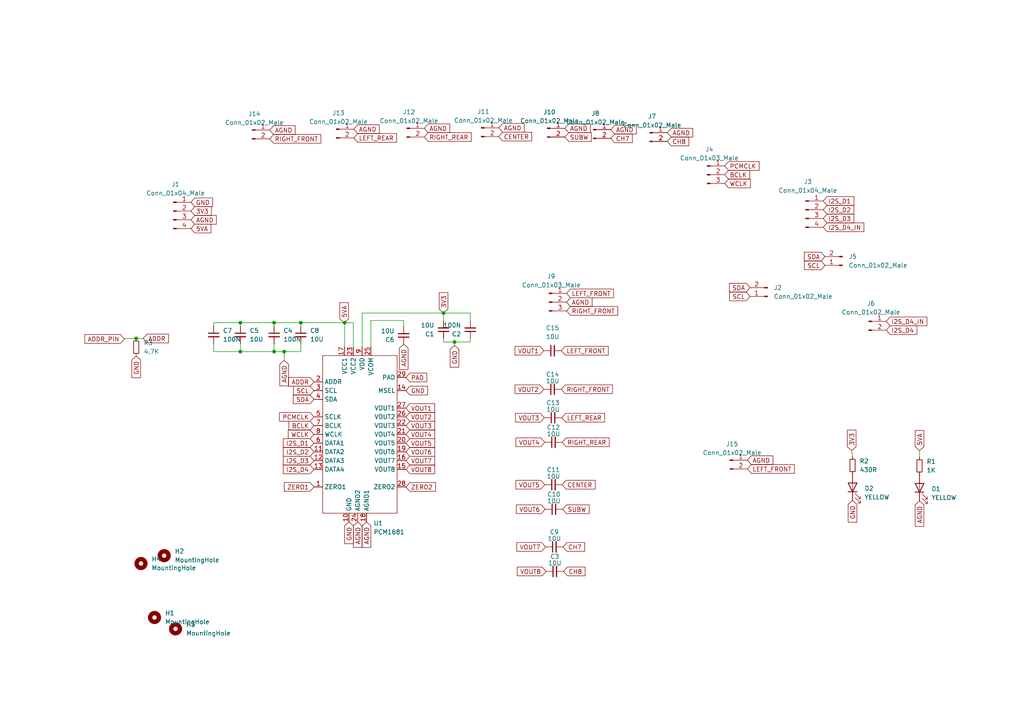
<source format=kicad_sch>
(kicad_sch (version 20230121) (generator eeschema)
  (paper "A4")
  (lib_symbols
    (symbol "Analog_DAC:PCM1681"
      (property "Reference" "U" (at -2.54 22.86 0))
      (property "Value" "PCM1681" (at -2.54 -11.43 0))
      (symbol "PCM1681_0_1"
        (polyline (pts (xy -12.7 36.83) (xy -12.7 44.45) (xy 8.89 44.45) (xy 8.89 -1.27) (xy -12.7 -1.27) (xy -12.7 36.83)))
      )
      (symbol "PCM1681_1_1"
        (pin output line (at -15.24 6.35 0) (length 2.54) (name "ZERO1") (number "1"))
        (pin input line (at -5.08 -3.81 90) (length 2.54) (name "GND") (number "10"))
        (pin input line (at -15.24 16.51 0) (length 2.54) (name "DATA2") (number "11"))
        (pin input line (at -15.24 13.97 0) (length 2.54) (name "DATA3") (number "12"))
        (pin input line (at -15.24 11.43 0) (length 2.54) (name "DATA4") (number "13"))
        (pin input line (at 11.43 34.29 180) (length 2.54) (name "MSEL") (number "14"))
        (pin output line (at 11.43 11.43 180) (length 2.54) (name "VOUT8") (number "15"))
        (pin output line (at 11.43 13.97 180) (length 2.54) (name "VOUT7") (number "16"))
        (pin output line (at -6.35 46.99 270) (length 2.54) (name "VCC1") (number "17"))
        (pin input line (at 0 -3.81 90) (length 2.54) (name "AGND1") (number "18"))
        (pin output line (at 11.43 16.51 180) (length 2.54) (name "VOUT6") (number "19"))
        (pin output line (at -15.24 36.83 0) (length 2.54) (name "ADDR") (number "2"))
        (pin output line (at 11.43 19.05 180) (length 2.54) (name "VOUT5") (number "20"))
        (pin output line (at 11.43 21.59 180) (length 2.54) (name "VOUT4") (number "21"))
        (pin output line (at 11.43 24.13 180) (length 2.54) (name "VOUT3") (number "22"))
        (pin output line (at -3.81 46.99 270) (length 2.54) (name "VCC2") (number "23"))
        (pin input line (at -2.54 -3.81 90) (length 2.54) (name "AGND2") (number "24"))
        (pin output line (at 1.27 46.99 270) (length 2.54) (name "VCOM") (number "25"))
        (pin output line (at 11.43 26.67 180) (length 2.54) (name "VOUT2") (number "26"))
        (pin output line (at 11.43 29.21 180) (length 2.54) (name "VOUT1") (number "27"))
        (pin output line (at 11.43 6.35 180) (length 2.54) (name "ZERO2") (number "28"))
        (pin input line (at 11.43 38.1 180) (length 2.54) (name "PAD") (number "29"))
        (pin input line (at -15.24 34.29 0) (length 2.54) (name "SCL") (number "3"))
        (pin input line (at -15.24 31.75 0) (length 2.54) (name "SDA") (number "4"))
        (pin input line (at -15.24 26.67 0) (length 2.54) (name "SCLK") (number "5"))
        (pin input line (at -15.24 19.05 0) (length 2.54) (name "DATA1") (number "6"))
        (pin input line (at -15.24 24.13 0) (length 2.54) (name "BCLK") (number "7"))
        (pin input line (at -15.24 21.59 0) (length 2.54) (name "WCLK") (number "8"))
        (pin input line (at -1.27 46.99 270) (length 2.54) (name "VDD") (number "9"))
      )
    )
    (symbol "Connector:Conn_01x02_Male" (pin_names (offset 1.016) hide)
      (property "Reference" "J" (at 0 2.54 0))
      (property "Value" "Conn_01x02_Male" (at 0 -5.08 0))
      (symbol "Conn_01x02_Male_1_1"
        (polyline (pts (xy 1.27 -2.54) (xy 0.8636 -2.54)) (stroke (width 0.1524)))
        (polyline (pts (xy 1.27 0) (xy 0.8636 0)) (stroke (width 0.1524)))
        (rectangle (start 0.8636 -2.413) (end 0 -2.667) (stroke (width 0.1524)) (fill (type outline)))
        (rectangle (start 0.8636 0.127) (end 0 -0.127) (stroke (width 0.1524)) (fill (type outline)))
        (pin passive line (at 5.08 0 180) (length 3.81) (name "Pin_1") (number "1"))
        (pin passive line (at 5.08 -2.54 180) (length 3.81) (name "Pin_2") (number "2"))
      )
    )
    (symbol "Connector:Conn_01x03_Male" (pin_names (offset 1.016) hide)
      (property "Reference" "J" (at 0 5.08 0))
      (property "Value" "Conn_01x03_Male" (at 0 -5.08 0))
      (symbol "Conn_01x03_Male_1_1"
        (polyline (pts (xy 1.27 -2.54) (xy 0.8636 -2.54)) (stroke (width 0.1524)))
        (polyline (pts (xy 1.27 0) (xy 0.8636 0)) (stroke (width 0.1524)))
        (polyline (pts (xy 1.27 2.54) (xy 0.8636 2.54)) (stroke (width 0.1524)))
        (rectangle (start 0.8636 -2.413) (end 0 -2.667) (stroke (width 0.1524)) (fill (type outline)))
        (rectangle (start 0.8636 0.127) (end 0 -0.127) (stroke (width 0.1524)) (fill (type outline)))
        (rectangle (start 0.8636 2.667) (end 0 2.413) (stroke (width 0.1524)) (fill (type outline)))
        (pin passive line (at 5.08 2.54 180) (length 3.81) (name "Pin_1") (number "1"))
        (pin passive line (at 5.08 0 180) (length 3.81) (name "Pin_2") (number "2"))
        (pin passive line (at 5.08 -2.54 180) (length 3.81) (name "Pin_3") (number "3"))
      )
    )
    (symbol "Connector:Conn_01x04_Male" (pin_names (offset 1.016) hide)
      (property "Reference" "J" (at 0 5.08 0))
      (property "Value" "Conn_01x04_Male" (at 0 -7.62 0))
      (symbol "Conn_01x04_Male_1_1"
        (polyline (pts (xy 1.27 -5.08) (xy 0.8636 -5.08)) (stroke (width 0.1524)))
        (polyline (pts (xy 1.27 -2.54) (xy 0.8636 -2.54)) (stroke (width 0.1524)))
        (polyline (pts (xy 1.27 0) (xy 0.8636 0)) (stroke (width 0.1524)))
        (polyline (pts (xy 1.27 2.54) (xy 0.8636 2.54)) (stroke (width 0.1524)))
        (rectangle (start 0.8636 -4.953) (end 0 -5.207) (stroke (width 0.1524)) (fill (type outline)))
        (rectangle (start 0.8636 -2.413) (end 0 -2.667) (stroke (width 0.1524)) (fill (type outline)))
        (rectangle (start 0.8636 0.127) (end 0 -0.127) (stroke (width 0.1524)) (fill (type outline)))
        (rectangle (start 0.8636 2.667) (end 0 2.413) (stroke (width 0.1524)) (fill (type outline)))
        (pin passive line (at 5.08 2.54 180) (length 3.81) (name "Pin_1") (number "1"))
        (pin passive line (at 5.08 0 180) (length 3.81) (name "Pin_2") (number "2"))
        (pin passive line (at 5.08 -2.54 180) (length 3.81) (name "Pin_3") (number "3"))
        (pin passive line (at 5.08 -5.08 180) (length 3.81) (name "Pin_4") (number "4"))
      )
    )
    (symbol "Device:C_Small" (pin_numbers hide) (pin_names (offset 0.254) hide)
      (property "Reference" "C" (at 0.254 1.778 0))
      (property "Value" "C_Small" (at 0.254 -2.032 0))
      (symbol "C_Small_0_1"
        (polyline (pts (xy -1.524 -0.508) (xy 1.524 -0.508)) (stroke (width 0.3302)))
        (polyline (pts (xy -1.524 0.508) (xy 1.524 0.508)) (stroke (width 0.3048)))
      )
      (symbol "C_Small_1_1"
        (pin passive line (at 0 2.54 270) (length 2.032) (name "~") (number "1"))
        (pin passive line (at 0 -2.54 90) (length 2.032) (name "~") (number "2"))
      )
    )
    (symbol "Device:LED" (pin_numbers hide) (pin_names (offset 1.016) hide)
      (property "Reference" "D" (at 0 2.54 0))
      (property "Value" "LED" (at 0 -2.54 0))
      (symbol "LED_0_1"
        (polyline (pts (xy -1.27 -1.27) (xy -1.27 1.27)) (stroke (width 0.254)))
        (polyline (pts (xy -1.27 0) (xy 1.27 0)))
        (polyline (pts (xy 1.27 -1.27) (xy 1.27 1.27) (xy -1.27 0) (xy 1.27 -1.27)) (stroke (width 0.254)))
        (polyline (pts (xy -3.048 -0.762) (xy -4.572 -2.286) (xy -3.81 -2.286) (xy -4.572 -2.286) (xy -4.572 -1.524)))
        (polyline (pts (xy -1.778 -0.762) (xy -3.302 -2.286) (xy -2.54 -2.286) (xy -3.302 -2.286) (xy -3.302 -1.524)))
      )
      (symbol "LED_1_1"
        (pin passive line (at -3.81 0 0) (length 2.54) (name "K") (number "1"))
        (pin passive line (at 3.81 0 180) (length 2.54) (name "A") (number "2"))
      )
    )
    (symbol "Device:R_Small" (pin_numbers hide) (pin_names (offset 0.254) hide)
      (property "Reference" "R" (at 0.762 0.508 0))
      (property "Value" "R_Small" (at 0.762 -1.016 0))
      (symbol "R_Small_0_1"
        (rectangle (start -0.762 1.778) (end 0.762 -1.778) (stroke (width 0.2032)))
      )
      (symbol "R_Small_1_1"
        (pin passive line (at 0 2.54 270) (length 0.762) (name "~") (number "1"))
        (pin passive line (at 0 -2.54 90) (length 0.762) (name "~") (number "2"))
      )
    )
    (symbol "Mechanical:MountingHole" (pin_names (offset 1.016))
      (property "Reference" "H" (at 0 5.08 0))
      (property "Value" "MountingHole" (at 0 3.175 0))
      (symbol "MountingHole_0_1"
        (circle (center 0 0) (radius 1.27) (stroke (width 1.27)))
      )
    )
  )
  (junction (at 87.249 93.599))
  (junction (at 99.949 93.599))
  (junction (at 69.723 93.599))
  (junction (at 82.423 101.981))
  (junction (at 79.502 101.981))
  (junction (at 39.497 98.171))
  (junction (at 69.723 101.981))
  (junction (at 131.826 99.187))
  (junction (at 79.502 93.599))
  (junction (at 128.651 90.805))
  (wire (pts (xy 136.398 90.805) (xy 128.651 90.805)))
  (wire (pts (xy 128.651 93.091) (xy 128.651 90.805)))
  (wire (pts (xy 79.502 94.615) (xy 79.502 93.599)))
  (wire (pts (xy 36.068 98.171) (xy 36.068 98.298)))
  (wire (pts (xy 39.497 98.171) (xy 41.529 98.171)))
  (wire (pts (xy 79.502 93.599) (xy 87.249 93.599)))
  (wire (pts (xy 69.723 101.981) (xy 79.502 101.981)))
  (wire (pts (xy 117.094 92.964) (xy 117.094 94.742)))
  (wire (pts (xy 69.723 99.695) (xy 69.723 101.981)))
  (wire (pts (xy 102.489 100.584) (xy 102.489 93.599)))
  (wire (pts (xy 87.249 101.981) (xy 82.423 101.981)))
  (wire (pts (xy 39.497 98.171) (xy 36.068 98.171)))
  (wire (pts (xy 99.949 100.584) (xy 99.949 93.599)))
  (wire (pts (xy 128.651 99.187) (xy 128.651 98.171)))
  (wire (pts (xy 87.249 99.695) (xy 87.249 101.981)))
  (wire (pts (xy 82.423 101.981) (xy 79.502 101.981)))
  (wire (pts (xy 107.569 92.964) (xy 117.094 92.964)))
  (wire (pts (xy 69.723 93.599) (xy 79.502 93.599)))
  (wire (pts (xy 82.423 101.981) (xy 82.423 104.521)))
  (wire (pts (xy 136.398 99.187) (xy 131.826 99.187)))
  (wire (pts (xy 61.976 94.615) (xy 61.976 93.599)))
  (wire (pts (xy 61.976 93.599) (xy 69.723 93.599)))
  (wire (pts (xy 247.015 130.683) (xy 247.269 132.461)))
  (wire (pts (xy 61.976 101.981) (xy 69.723 101.981)))
  (wire (pts (xy 136.398 98.171) (xy 136.398 99.187)))
  (wire (pts (xy 105.029 100.584) (xy 105.029 90.805)))
  (wire (pts (xy 79.502 101.981) (xy 79.502 99.695)))
  (wire (pts (xy 136.398 90.805) (xy 136.398 93.091)))
  (wire (pts (xy 131.826 99.187) (xy 128.651 99.187)))
  (wire (pts (xy 69.723 93.599) (xy 69.723 94.615)))
  (wire (pts (xy 87.249 93.599) (xy 87.249 94.615)))
  (wire (pts (xy 102.489 93.599) (xy 99.949 93.599)))
  (wire (pts (xy 107.569 100.584) (xy 107.569 92.964)))
  (wire (pts (xy 105.029 90.805) (xy 128.651 90.805)))
  (wire (pts (xy 61.976 101.981) (xy 61.976 99.695)))
  (wire (pts (xy 266.7 130.683) (xy 266.7 132.588)))
  (wire (pts (xy 87.249 93.599) (xy 99.949 93.599)))
  (wire (pts (xy 131.826 99.187) (xy 131.826 100.203)))
  (global_label "VOUT8" (shape input) (at 117.729 136.144 0) (property "Intersheetrefs" "${INTERSHEET_REFS}" (effects hide)))
  (global_label "SCL" (shape input) (at 91.059 113.284 180) (property "Intersheetrefs" "${INTERSHEET_REFS}" (effects hide)))
  (global_label "I2S_D3" (shape input) (at 91.059 133.604 180) (property "Intersheetrefs" "${INTERSHEET_REFS}" (effects hide)))
  (global_label "I2S_D2" (shape input) (at 238.76 60.833 0) (property "Intersheetrefs" "${INTERSHEET_REFS}" (effects hide)))
  (global_label "VOUT4" (shape input) (at 157.988 128.27 180) (property "Intersheetrefs" "${INTERSHEET_REFS}" (effects hide)))
  (global_label "LEFT_REAR" (shape input) (at 102.616 40.005 0) (property "Intersheetrefs" "${INTERSHEET_REFS}" (effects hide)))
  (global_label "VOUT2" (shape input) (at 117.729 120.904 0) (property "Intersheetrefs" "${INTERSHEET_REFS}" (effects hide)))
  (global_label "RIGHT_REAR" (shape input) (at 163.068 128.27 0) (property "Intersheetrefs" "${INTERSHEET_REFS}" (effects hide)))
  (global_label "AGND" (shape input) (at 163.83 37.211 0) (property "Intersheetrefs" "${INTERSHEET_REFS}" (effects hide)))
  (global_label "VOUT6" (shape input) (at 117.729 131.064 0) (property "Intersheetrefs" "${INTERSHEET_REFS}" (effects hide)))
  (global_label "LEFT_FRONT" (shape input) (at 164.338 85.09 0) (property "Intersheetrefs" "${INTERSHEET_REFS}" (effects hide)))
  (global_label "SDA" (shape input) (at 217.551 83.439 180) (property "Intersheetrefs" "${INTERSHEET_REFS}" (effects hide)))
  (global_label "AGND" (shape input) (at 177.165 37.592 0) (property "Intersheetrefs" "${INTERSHEET_REFS}" (effects hide)))
  (global_label "RIGHT_FRONT" (shape input) (at 164.338 90.17 0) (property "Intersheetrefs" "${INTERSHEET_REFS}" (effects hide)))
  (global_label "BCLK" (shape input) (at 210.185 50.673 0) (property "Intersheetrefs" "${INTERSHEET_REFS}" (effects hide)))
  (global_label "I2S_D4_IN" (shape input) (at 257.048 93.218 0) (property "Intersheetrefs" "${INTERSHEET_REFS}" (effects hide)))
  (global_label "LEFT_REAR" (shape input) (at 162.941 121.158 0) (property "Intersheetrefs" "${INTERSHEET_REFS}" (effects hide)))
  (global_label "I2S_D4" (shape input) (at 257.048 95.758 0) (property "Intersheetrefs" "${INTERSHEET_REFS}" (effects hide)))
  (global_label "CENTER" (shape input) (at 144.653 39.624 0) (property "Intersheetrefs" "${INTERSHEET_REFS}" (effects hide)))
  (global_label "I2S_D4" (shape input) (at 91.059 136.144 180) (property "Intersheetrefs" "${INTERSHEET_REFS}" (effects hide)))
  (global_label "GND" (shape input) (at 39.497 103.251 270) (property "Intersheetrefs" "${INTERSHEET_REFS}" (effects hide)))
  (global_label "AGND" (shape input) (at 103.759 151.384 270) (property "Intersheetrefs" "${INTERSHEET_REFS}" (effects hide)))
  (global_label "AGND" (shape input) (at 144.653 37.084 0) (property "Intersheetrefs" "${INTERSHEET_REFS}" (effects hide)))
  (global_label "WCLK" (shape input) (at 210.185 53.213 0) (property "Intersheetrefs" "${INTERSHEET_REFS}" (effects hide)))
  (global_label "PCMCLK" (shape input) (at 210.185 48.133 0) (property "Intersheetrefs" "${INTERSHEET_REFS}" (effects hide)))
  (global_label "AGND" (shape input) (at 82.423 104.521 270) (property "Intersheetrefs" "${INTERSHEET_REFS}" (effects hide)))
  (global_label "5VA" (shape input) (at 99.822 93.599 90) (property "Intersheetrefs" "${INTERSHEET_REFS}" (effects hide)))
  (global_label "SDA" (shape input) (at 239.268 74.422 180) (property "Intersheetrefs" "${INTERSHEET_REFS}" (effects hide)))
  (global_label "VOUT3" (shape input) (at 117.729 123.444 0) (property "Intersheetrefs" "${INTERSHEET_REFS}" (effects hide)))
  (global_label "GND" (shape input) (at 101.219 151.384 270) (property "Intersheetrefs" "${INTERSHEET_REFS}" (effects hide)))
  (global_label "5VA" (shape input) (at 55.372 66.294 0) (property "Intersheetrefs" "${INTERSHEET_REFS}" (effects hide)))
  (global_label "AGND" (shape input) (at 78.232 37.719 0) (property "Intersheetrefs" "${INTERSHEET_REFS}" (effects hide)))
  (global_label "I2S_D1" (shape input) (at 91.059 128.524 180) (property "Intersheetrefs" "${INTERSHEET_REFS}" (effects hide)))
  (global_label "CH7" (shape input) (at 177.165 40.132 0) (property "Intersheetrefs" "${INTERSHEET_REFS}" (effects hide)))
  (global_label "LEFT_FRONT" (shape input) (at 216.789 136.017 0) (property "Intersheetrefs" "${INTERSHEET_REFS}" (effects hide)))
  (global_label "SUBW" (shape input) (at 163.83 39.751 0) (property "Intersheetrefs" "${INTERSHEET_REFS}" (effects hide)))
  (global_label "AGND" (shape input) (at 216.789 133.477 0) (property "Intersheetrefs" "${INTERSHEET_REFS}" (effects hide)))
  (global_label "AGND" (shape input) (at 193.548 38.481 0) (property "Intersheetrefs" "${INTERSHEET_REFS}" (effects hide)))
  (global_label "AGND" (shape input) (at 102.616 37.465 0) (property "Intersheetrefs" "${INTERSHEET_REFS}" (effects hide)))
  (global_label "ZERO2" (shape input) (at 117.729 141.224 0) (property "Intersheetrefs" "${INTERSHEET_REFS}" (effects hide)))
  (global_label "LEFT_FRONT" (shape input) (at 162.814 101.727 0) (property "Intersheetrefs" "${INTERSHEET_REFS}" (effects hide)))
  (global_label "VOUT5" (shape input) (at 117.729 128.524 0) (property "Intersheetrefs" "${INTERSHEET_REFS}" (effects hide)))
  (global_label "3V3" (shape input) (at 55.372 61.214 0) (property "Intersheetrefs" "${INTERSHEET_REFS}" (effects hide)))
  (global_label "AGND" (shape input) (at 123.063 37.211 0) (property "Intersheetrefs" "${INTERSHEET_REFS}" (effects hide)))
  (global_label "ADDR" (shape input) (at 41.529 98.171 0) (property "Intersheetrefs" "${INTERSHEET_REFS}" (effects hide)))
  (global_label "AGND" (shape input) (at 117.094 99.822 270) (property "Intersheetrefs" "${INTERSHEET_REFS}" (effects hide)))
  (global_label "RIGHT_FRONT" (shape input) (at 162.814 112.903 0) (property "Intersheetrefs" "${INTERSHEET_REFS}" (effects hide)))
  (global_label "VOUT2" (shape input) (at 157.734 112.903 180) (property "Intersheetrefs" "${INTERSHEET_REFS}" (effects hide)))
  (global_label "3V3" (shape input) (at 128.651 90.805 90) (property "Intersheetrefs" "${INTERSHEET_REFS}" (effects hide)))
  (global_label "VOUT8" (shape input) (at 158.369 165.735 180) (property "Intersheetrefs" "${INTERSHEET_REFS}" (effects hide)))
  (global_label "I2S_D1" (shape input) (at 238.76 58.293 0) (property "Intersheetrefs" "${INTERSHEET_REFS}" (effects hide)))
  (global_label "WCLK" (shape input) (at 91.059 125.984 180) (property "Intersheetrefs" "${INTERSHEET_REFS}" (effects hide)))
  (global_label "GND" (shape input) (at 131.826 100.203 270) (property "Intersheetrefs" "${INTERSHEET_REFS}" (effects hide)))
  (global_label "AGND" (shape input) (at 266.7 145.288 270) (property "Intersheetrefs" "${INTERSHEET_REFS}" (effects hide)))
  (global_label "5VA" (shape input) (at 266.7 130.683 90) (property "Intersheetrefs" "${INTERSHEET_REFS}" (effects hide)))
  (global_label "CENTER" (shape input) (at 163.068 140.589 0) (property "Intersheetrefs" "${INTERSHEET_REFS}" (effects hide)))
  (global_label "I2S_D4_IN" (shape input) (at 238.76 65.913 0) (property "Intersheetrefs" "${INTERSHEET_REFS}" (effects hide)))
  (global_label "VOUT7" (shape input) (at 117.729 133.604 0) (property "Intersheetrefs" "${INTERSHEET_REFS}" (effects hide)))
  (global_label "GND" (shape input) (at 117.729 113.284 0) (property "Intersheetrefs" "${INTERSHEET_REFS}" (effects hide)))
  (global_label "PAD" (shape input) (at 117.729 109.474 0) (property "Intersheetrefs" "${INTERSHEET_REFS}" (effects hide)))
  (global_label "ZERO1" (shape input) (at 91.059 141.224 180) (property "Intersheetrefs" "${INTERSHEET_REFS}" (effects hide)))
  (global_label "ADDR_PIN" (shape input) (at 36.068 98.298 180) (property "Intersheetrefs" "${INTERSHEET_REFS}" (effects hide)))
  (global_label "I2S_D3" (shape input) (at 238.76 63.373 0) (property "Intersheetrefs" "${INTERSHEET_REFS}" (effects hide)))
  (global_label "PCMCLK" (shape input) (at 91.059 120.904 180) (property "Intersheetrefs" "${INTERSHEET_REFS}" (effects hide)))
  (global_label "GND" (shape input) (at 55.372 58.674 0) (property "Intersheetrefs" "${INTERSHEET_REFS}" (effects hide)))
  (global_label "RIGHT_FRONT" (shape input) (at 78.232 40.259 0) (property "Intersheetrefs" "${INTERSHEET_REFS}" (effects hide)))
  (global_label "I2S_D2" (shape input) (at 91.059 131.064 180) (property "Intersheetrefs" "${INTERSHEET_REFS}" (effects hide)))
  (global_label "VOUT6" (shape input) (at 158.115 147.701 180) (property "Intersheetrefs" "${INTERSHEET_REFS}" (effects hide)))
  (global_label "VOUT4" (shape input) (at 117.729 125.984 0) (property "Intersheetrefs" "${INTERSHEET_REFS}" (effects hide)))
  (global_label "AGND" (shape input) (at 55.372 63.754 0) (property "Intersheetrefs" "${INTERSHEET_REFS}" (effects hide)))
  (global_label "AGND" (shape input) (at 106.299 151.384 270) (property "Intersheetrefs" "${INTERSHEET_REFS}" (effects hide)))
  (global_label "VOUT7" (shape input) (at 158.242 158.623 180) (property "Intersheetrefs" "${INTERSHEET_REFS}" (effects hide)))
  (global_label "3V3" (shape input) (at 247.015 130.683 90) (property "Intersheetrefs" "${INTERSHEET_REFS}" (effects hide)))
  (global_label "ADDR" (shape input) (at 91.059 110.744 180) (property "Intersheetrefs" "${INTERSHEET_REFS}" (effects hide)))
  (global_label "RIGHT_REAR" (shape input) (at 123.063 39.751 0) (property "Intersheetrefs" "${INTERSHEET_REFS}" (effects hide)))
  (global_label "SCL" (shape input) (at 239.268 76.962 180) (property "Intersheetrefs" "${INTERSHEET_REFS}" (effects hide)))
  (global_label "BCLK" (shape input) (at 91.059 123.444 180) (property "Intersheetrefs" "${INTERSHEET_REFS}" (effects hide)))
  (global_label "VOUT5" (shape input) (at 157.988 140.589 180) (property "Intersheetrefs" "${INTERSHEET_REFS}" (effects hide)))
  (global_label "VOUT1" (shape input) (at 117.729 118.364 0) (property "Intersheetrefs" "${INTERSHEET_REFS}" (effects hide)))
  (global_label "SDA" (shape input) (at 91.059 115.824 180) (property "Intersheetrefs" "${INTERSHEET_REFS}" (effects hide)))
  (global_label "VOUT3" (shape input) (at 157.861 121.158 180) (property "Intersheetrefs" "${INTERSHEET_REFS}" (effects hide)))
  (global_label "CH8" (shape input) (at 163.449 165.735 0) (property "Intersheetrefs" "${INTERSHEET_REFS}" (effects hide)))
  (global_label "GND" (shape input) (at 247.269 145.161 270) (property "Intersheetrefs" "${INTERSHEET_REFS}" (effects hide)))
  (global_label "CH7" (shape input) (at 163.322 158.623 0) (property "Intersheetrefs" "${INTERSHEET_REFS}" (effects hide)))
  (global_label "SCL" (shape input) (at 217.551 85.979 180) (property "Intersheetrefs" "${INTERSHEET_REFS}" (effects hide)))
  (global_label "SUBW" (shape input) (at 163.195 147.701 0) (property "Intersheetrefs" "${INTERSHEET_REFS}" (effects hide)))
  (global_label "AGND" (shape input) (at 164.338 87.63 0) (property "Intersheetrefs" "${INTERSHEET_REFS}" (effects hide)))
  (global_label "VOUT1" (shape input) (at 157.734 101.727 180) (property "Intersheetrefs" "${INTERSHEET_REFS}" (effects hide)))
  (global_label "CH8" (shape input) (at 193.548 41.021 0) (property "Intersheetrefs" "${INTERSHEET_REFS}" (effects hide)))
  (symbol (lib_id "Device:C_Small") (at 160.909 165.735 90) (unit 1)
    (property "Reference" "C3" (at 160.909 161.417 90))
    (property "Value" "10U" (at 160.909 163.322 90))
    (property "Footprint" "Capacitor_THT:CP_Radial_D5.0mm_P2.00mm" (effects hide))
  )
  (symbol (lib_id "Device:C_Small") (at 136.398 95.631 180) (unit 1)
    (property "Reference" "C2" (at 133.731 96.8948 0) (effects (justify left)))
    (property "Value" "100N" (at 133.731 94.3548 0) (effects (justify left)))
    (property "Footprint" "Capacitor_SMD:C_0805_2012Metric_Pad1.18x1.45mm_HandSolder" (effects hide))
  )
  (symbol (lib_id "Connector:Conn_01x02_Male") (at 117.983 37.211 0) (unit 1)
    (property "Reference" "J12" (at 118.618 32.512 0))
    (property "Value" "Conn_01x02_Male" (at 118.618 35.052 0))
    (property "Footprint" "Connector_JST:JST_PH_B2B-PH-K_1x02_P2.00mm_Vertical" (effects hide))
  )
  (symbol (lib_id "Device:C_Small") (at 79.502 97.155 0) (unit 1)
    (property "Reference" "C4" (at 82.169 95.8912 0) (effects (justify left)))
    (property "Value" "100N" (at 82.169 98.4312 0) (effects (justify left)))
    (property "Footprint" "Capacitor_SMD:C_0805_2012Metric_Pad1.18x1.45mm_HandSolder" (effects hide))
  )
  (symbol (lib_id "Connector:Conn_01x02_Male") (at 158.75 37.211 0) (unit 1)
    (property "Reference" "J10" (at 159.385 32.512 0))
    (property "Value" "Conn_01x02_Male" (at 159.385 35.052 0))
    (property "Footprint" "Connector_JST:JST_PH_B2B-PH-K_1x02_P2.00mm_Vertical" (effects hide))
  )
  (symbol (lib_id "Connector:Conn_01x02_Male") (at 211.709 133.477 0) (unit 1)
    (property "Reference" "J15" (at 212.344 128.778 0))
    (property "Value" "Conn_01x02_Male" (at 212.344 131.318 0))
    (property "Footprint" "Connector_JST:JST_PH_B2B-PH-K_1x02_P2.00mm_Vertical" (effects hide))
  )
  (symbol (lib_id "Connector:Conn_01x03_Male") (at 205.105 50.673 0) (unit 1)
    (property "Reference" "J4" (at 205.74 43.307 0))
    (property "Value" "Conn_01x03_Male" (at 205.74 45.847 0))
    (property "Footprint" "Connector_JST:JST_PH_B3B-PH-K_1x03_P2.00mm_Vertical" (effects hide))
  )
  (symbol (lib_id "Device:C_Small") (at 160.274 112.903 90) (unit 1)
    (property "Reference" "C14" (at 160.274 108.585 90))
    (property "Value" "10U" (at 160.274 110.49 90))
    (property "Footprint" "Capacitor_THT:CP_Radial_D5.0mm_P2.00mm" (effects hide))
  )
  (symbol (lib_id "Device:R_Small") (at 247.269 135.001 0) (unit 1)
    (property "Reference" "R2" (at 249.301 133.7309 0) (effects (justify left)))
    (property "Value" "430R" (at 249.301 136.2709 0) (effects (justify left)))
    (property "Footprint" "Resistor_SMD:R_0603_1608Metric_Pad0.98x0.95mm_HandSolder" (effects hide))
  )
  (symbol (lib_id "Device:C_Small") (at 117.094 97.282 180) (unit 1)
    (property "Reference" "C6" (at 114.427 98.5458 0) (effects (justify left)))
    (property "Value" "10U" (at 114.427 96.0058 0) (effects (justify left)))
    (property "Footprint" "Capacitor_SMD:C_1206_3216Metric_Pad1.33x1.80mm_HandSolder" (effects hide))
  )
  (symbol (lib_id "Mechanical:MountingHole") (at 47.625 161.163 0) (unit 1)
    (property "Reference" "H2" (at 50.673 159.8929 0) (effects (justify left)))
    (property "Value" "MountingHole" (at 50.673 162.4329 0) (effects (justify left)))
    (property "Footprint" "MountingHole:MountingHole_3.2mm_M3" (effects hide))
  )
  (symbol (lib_id "Device:C_Small") (at 160.274 101.727 90) (unit 1)
    (property "Reference" "C15" (at 160.2803 95.123 90))
    (property "Value" "10U" (at 160.2803 97.663 90))
    (property "Footprint" "Capacitor_THT:CP_Radial_D5.0mm_P2.00mm" (effects hide))
  )
  (symbol (lib_id "Connector:Conn_01x02_Male") (at 139.573 37.084 0) (unit 1)
    (property "Reference" "J11" (at 140.208 32.385 0))
    (property "Value" "Conn_01x02_Male" (at 140.208 34.925 0))
    (property "Footprint" "Connector_JST:JST_PH_B2B-PH-K_1x02_P2.00mm_Vertical" (effects hide))
  )
  (symbol (lib_id "Device:C_Small") (at 160.528 140.589 90) (unit 1)
    (property "Reference" "C11" (at 160.528 136.271 90))
    (property "Value" "10U" (at 160.528 138.176 90))
    (property "Footprint" "Capacitor_THT:CP_Radial_D5.0mm_P2.00mm" (effects hide))
  )
  (symbol (lib_id "Device:R_Small") (at 266.7 135.128 0) (unit 1)
    (property "Reference" "R1" (at 268.732 133.8579 0) (effects (justify left)))
    (property "Value" "1K" (at 268.732 136.3979 0) (effects (justify left)))
    (property "Footprint" "Resistor_SMD:R_0603_1608Metric_Pad0.98x0.95mm_HandSolder" (effects hide))
  )
  (symbol (lib_id "Device:LED") (at 266.7 141.478 90) (unit 1)
    (property "Reference" "D1" (at 270.129 141.7954 90) (effects (justify right)))
    (property "Value" "YELLOW" (at 270.129 144.3354 90) (effects (justify right)))
    (property "Footprint" "LED_SMD:LED_0805_2012Metric_Pad1.15x1.40mm_HandSolder" (effects hide))
  )
  (symbol (lib_id "Connector:Conn_01x02_Male") (at 222.631 85.979 180) (unit 1)
    (property "Reference" "J2" (at 224.409 83.4389 0) (effects (justify right)))
    (property "Value" "Conn_01x02_Male" (at 224.409 85.9789 0) (effects (justify right)))
    (property "Footprint" "Connector_JST:JST_PH_B2B-PH-K_1x02_P2.00mm_Vertical" (effects hide))
  )
  (symbol (lib_id "Connector:Conn_01x02_Male") (at 73.152 37.719 0) (unit 1)
    (property "Reference" "J14" (at 73.787 33.02 0))
    (property "Value" "Conn_01x02_Male" (at 73.787 35.56 0))
    (property "Footprint" "Connector_JST:JST_PH_B2B-PH-K_1x02_P2.00mm_Vertical" (effects hide))
  )
  (symbol (lib_id "Device:C_Small") (at 160.655 147.701 90) (unit 1)
    (property "Reference" "C10" (at 160.655 143.383 90))
    (property "Value" "10U" (at 160.655 145.288 90))
    (property "Footprint" "Capacitor_THT:CP_Radial_D5.0mm_P2.00mm" (effects hide))
  )
  (symbol (lib_id "Device:C_Small") (at 128.651 95.631 180) (unit 1)
    (property "Reference" "C1" (at 125.984 96.8948 0) (effects (justify left)))
    (property "Value" "10U" (at 125.984 94.3548 0) (effects (justify left)))
    (property "Footprint" "Capacitor_SMD:C_1206_3216Metric_Pad1.33x1.80mm_HandSolder" (effects hide))
  )
  (symbol (lib_id "Connector:Conn_01x03_Male") (at 159.258 87.63 0) (unit 1)
    (property "Reference" "J9" (at 159.893 80.137 0))
    (property "Value" "Conn_01x03_Male" (at 159.893 82.677 0))
    (property "Footprint" "Connector_PinHeader_2.54mm:PinHeader_1x03_P2.54mm_Vertical" (effects hide))
  )
  (symbol (lib_id "Connector:Conn_01x04_Male") (at 233.68 60.833 0) (unit 1)
    (property "Reference" "J3" (at 234.315 52.705 0))
    (property "Value" "Conn_01x04_Male" (at 234.315 55.245 0))
    (property "Footprint" "Connector_JST:JST_PH_B4B-PH-K_1x04_P2.00mm_Vertical" (effects hide))
  )
  (symbol (lib_id "Device:C_Small") (at 160.528 128.27 90) (unit 1)
    (property "Reference" "C12" (at 160.528 123.952 90))
    (property "Value" "10U" (at 160.528 125.857 90))
    (property "Footprint" "Capacitor_THT:CP_Radial_D5.0mm_P2.00mm" (effects hide))
  )
  (symbol (lib_id "Device:C_Small") (at 160.782 158.623 90) (unit 1)
    (property "Reference" "C9" (at 160.782 154.305 90))
    (property "Value" "10U" (at 160.782 156.21 90))
    (property "Footprint" "Capacitor_THT:CP_Radial_D5.0mm_P2.00mm" (effects hide))
  )
  (symbol (lib_id "Device:LED") (at 247.269 141.351 90) (unit 1)
    (property "Reference" "D2" (at 250.698 141.6684 90) (effects (justify right)))
    (property "Value" "YELLOW" (at 250.698 144.2084 90) (effects (justify right)))
    (property "Footprint" "LED_SMD:LED_0805_2012Metric_Pad1.15x1.40mm_HandSolder" (effects hide))
  )
  (symbol (lib_id "Analog_DAC:PCM1681") (at 106.299 147.574 0) (unit 1)
    (property "Reference" "U1" (at 108.3184 151.765 0) (effects (justify left)))
    (property "Value" "PCM1681" (at 108.3184 154.305 0) (effects (justify left)))
    (property "Footprint" "Package_SO:HTSSOP-28-1EP_4.4x9.7mm_P0.65mm_EP3.4x9.5mm_Mask2.4x6.17mm_ThermalVias" (effects hide))
  )
  (symbol (lib_id "Connector:Conn_01x02_Male") (at 244.348 76.962 180) (unit 1)
    (property "Reference" "J5" (at 246.126 74.4219 0) (effects (justify right)))
    (property "Value" "Conn_01x02_Male" (at 246.126 76.9619 0) (effects (justify right)))
    (property "Footprint" "Connector_JST:JST_PH_B2B-PH-K_1x02_P2.00mm_Vertical" (effects hide))
  )
  (symbol (lib_id "Device:R_Small") (at 39.497 100.711 180) (unit 1)
    (property "Reference" "R3" (at 41.656 99.4409 0) (effects (justify right)))
    (property "Value" "4.7K" (at 41.656 101.9809 0) (effects (justify right)))
    (property "Footprint" "Resistor_SMD:R_0603_1608Metric_Pad0.98x0.95mm_HandSolder" (effects hide))
  )
  (symbol (lib_id "Connector:Conn_01x02_Male") (at 172.085 37.592 0) (unit 1)
    (property "Reference" "J8" (at 172.72 32.893 0))
    (property "Value" "Conn_01x02_Male" (at 172.72 35.433 0))
    (property "Footprint" "Connector_JST:JST_PH_B2B-PH-K_1x02_P2.00mm_Vertical" (effects hide))
  )
  (symbol (lib_id "Connector:Conn_01x02_Male") (at 251.968 93.218 0) (unit 1)
    (property "Reference" "J6" (at 252.603 88.011 0))
    (property "Value" "Conn_01x02_Male" (at 252.603 90.551 0))
    (property "Footprint" "Connector_PinHeader_2.54mm:PinHeader_1x02_P2.54mm_Vertical" (effects hide))
  )
  (symbol (lib_id "Device:C_Small") (at 69.723 97.155 0) (unit 1)
    (property "Reference" "C5" (at 72.39 95.8912 0) (effects (justify left)))
    (property "Value" "10U" (at 72.39 98.4312 0) (effects (justify left)))
    (property "Footprint" "Capacitor_SMD:C_1206_3216Metric_Pad1.33x1.80mm_HandSolder" (effects hide))
  )
  (symbol (lib_id "Mechanical:MountingHole") (at 44.8154 179.0993 0) (unit 1)
    (property "Reference" "H1" (at 47.8634 177.8292 0) (effects (justify left)))
    (property "Value" "MountingHole" (at 47.8634 180.3692 0) (effects (justify left)))
    (property "Footprint" "MountingHole:MountingHole_3.2mm_M3" (effects hide))
  )
  (symbol (lib_id "Connector:Conn_01x02_Male") (at 188.468 38.481 0) (unit 1)
    (property "Reference" "J7" (at 189.103 33.782 0))
    (property "Value" "Conn_01x02_Male" (at 189.103 36.322 0))
    (property "Footprint" "Connector_JST:JST_PH_B2B-PH-K_1x02_P2.00mm_Vertical" (effects hide))
  )
  (symbol (lib_id "Connector:Conn_01x04_Male") (at 50.292 61.214 0) (unit 1)
    (property "Reference" "J1" (at 50.927 53.467 0))
    (property "Value" "Conn_01x04_Male" (at 50.927 56.007 0))
    (property "Footprint" "Connector_JST:JST_PH_B4B-PH-K_1x04_P2.00mm_Vertical" (effects hide))
  )
  (symbol (lib_id "Connector:Conn_01x02_Male") (at 97.536 37.465 0) (unit 1)
    (property "Reference" "J13" (at 98.171 32.766 0))
    (property "Value" "Conn_01x02_Male" (at 98.171 35.306 0))
    (property "Footprint" "Connector_JST:JST_PH_B2B-PH-K_1x02_P2.00mm_Vertical" (effects hide))
  )
  (symbol (lib_id "Device:C_Small") (at 87.249 97.155 0) (unit 1)
    (property "Reference" "C8" (at 89.916 95.8912 0) (effects (justify left)))
    (property "Value" "10U" (at 89.916 98.4312 0) (effects (justify left)))
    (property "Footprint" "Capacitor_SMD:C_1206_3216Metric_Pad1.33x1.80mm_HandSolder" (effects hide))
  )
  (symbol (lib_id "Mechanical:MountingHole") (at 50.9114 182.4013 0) (unit 1)
    (property "Reference" "H3" (at 53.9594 181.1312 0) (effects (justify left)))
    (property "Value" "MountingHole" (at 53.9594 183.6712 0) (effects (justify left)))
    (property "Footprint" "MountingHole:MountingHole_3.2mm_M3" (effects hide))
  )
  (symbol (lib_id "Device:C_Small") (at 160.401 121.158 90) (unit 1)
    (property "Reference" "C13" (at 160.401 116.84 90))
    (property "Value" "10U" (at 160.401 118.745 90))
    (property "Footprint" "Capacitor_THT:CP_Radial_D5.0mm_P2.00mm" (effects hide))
  )
  (symbol (lib_id "Mechanical:MountingHole") (at 40.894 163.449 0) (unit 1)
    (property "Reference" "H4" (at 43.942 162.1789 0) (effects (justify left)))
    (property "Value" "MountingHole" (at 43.942 164.7189 0) (effects (justify left)))
    (property "Footprint" "MountingHole:MountingHole_3.2mm_M3" (effects hide))
  )
  (symbol (lib_id "Device:C_Small") (at 61.976 97.155 0) (unit 1)
    (property "Reference" "C7" (at 64.643 95.8912 0) (effects (justify left)))
    (property "Value" "100N" (at 64.643 98.4312 0) (effects (justify left)))
    (property "Footprint" "Capacitor_SMD:C_0805_2012Metric_Pad1.18x1.45mm_HandSolder" (effects hide))
  )
)
</source>
